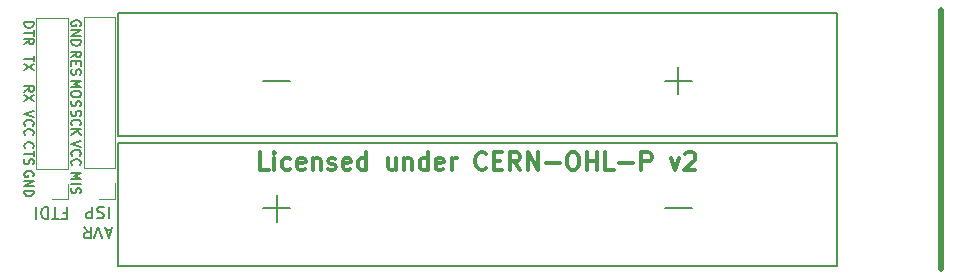
<source format=gbr>
G04 #@! TF.GenerationSoftware,KiCad,Pcbnew,5.1.5+dfsg1-2build2*
G04 #@! TF.CreationDate,2021-03-15T11:47:18+01:00*
G04 #@! TF.ProjectId,soil-moisture-sensor,736f696c-2d6d-46f6-9973-747572652d73,1.0*
G04 #@! TF.SameCoordinates,Original*
G04 #@! TF.FileFunction,Legend,Top*
G04 #@! TF.FilePolarity,Positive*
%FSLAX46Y46*%
G04 Gerber Fmt 4.6, Leading zero omitted, Abs format (unit mm)*
G04 Created by KiCad (PCBNEW 5.1.5+dfsg1-2build2) date 2021-03-15 11:47:18*
%MOMM*%
%LPD*%
G04 APERTURE LIST*
%ADD10C,0.300000*%
%ADD11C,0.500000*%
%ADD12C,0.200000*%
%ADD13C,0.120000*%
G04 APERTURE END LIST*
D10*
X98621428Y-116778571D02*
X97907142Y-116778571D01*
X97907142Y-115278571D01*
X99121428Y-116778571D02*
X99121428Y-115778571D01*
X99121428Y-115278571D02*
X99050000Y-115350000D01*
X99121428Y-115421428D01*
X99192857Y-115350000D01*
X99121428Y-115278571D01*
X99121428Y-115421428D01*
X100478571Y-116707142D02*
X100335714Y-116778571D01*
X100050000Y-116778571D01*
X99907142Y-116707142D01*
X99835714Y-116635714D01*
X99764285Y-116492857D01*
X99764285Y-116064285D01*
X99835714Y-115921428D01*
X99907142Y-115850000D01*
X100050000Y-115778571D01*
X100335714Y-115778571D01*
X100478571Y-115850000D01*
X101692857Y-116707142D02*
X101550000Y-116778571D01*
X101264285Y-116778571D01*
X101121428Y-116707142D01*
X101050000Y-116564285D01*
X101050000Y-115992857D01*
X101121428Y-115850000D01*
X101264285Y-115778571D01*
X101550000Y-115778571D01*
X101692857Y-115850000D01*
X101764285Y-115992857D01*
X101764285Y-116135714D01*
X101050000Y-116278571D01*
X102407142Y-115778571D02*
X102407142Y-116778571D01*
X102407142Y-115921428D02*
X102478571Y-115850000D01*
X102621428Y-115778571D01*
X102835714Y-115778571D01*
X102978571Y-115850000D01*
X103050000Y-115992857D01*
X103050000Y-116778571D01*
X103692857Y-116707142D02*
X103835714Y-116778571D01*
X104121428Y-116778571D01*
X104264285Y-116707142D01*
X104335714Y-116564285D01*
X104335714Y-116492857D01*
X104264285Y-116350000D01*
X104121428Y-116278571D01*
X103907142Y-116278571D01*
X103764285Y-116207142D01*
X103692857Y-116064285D01*
X103692857Y-115992857D01*
X103764285Y-115850000D01*
X103907142Y-115778571D01*
X104121428Y-115778571D01*
X104264285Y-115850000D01*
X105550000Y-116707142D02*
X105407142Y-116778571D01*
X105121428Y-116778571D01*
X104978571Y-116707142D01*
X104907142Y-116564285D01*
X104907142Y-115992857D01*
X104978571Y-115850000D01*
X105121428Y-115778571D01*
X105407142Y-115778571D01*
X105550000Y-115850000D01*
X105621428Y-115992857D01*
X105621428Y-116135714D01*
X104907142Y-116278571D01*
X106907142Y-116778571D02*
X106907142Y-115278571D01*
X106907142Y-116707142D02*
X106764285Y-116778571D01*
X106478571Y-116778571D01*
X106335714Y-116707142D01*
X106264285Y-116635714D01*
X106192857Y-116492857D01*
X106192857Y-116064285D01*
X106264285Y-115921428D01*
X106335714Y-115850000D01*
X106478571Y-115778571D01*
X106764285Y-115778571D01*
X106907142Y-115850000D01*
X109407142Y-115778571D02*
X109407142Y-116778571D01*
X108764285Y-115778571D02*
X108764285Y-116564285D01*
X108835714Y-116707142D01*
X108978571Y-116778571D01*
X109192857Y-116778571D01*
X109335714Y-116707142D01*
X109407142Y-116635714D01*
X110121428Y-115778571D02*
X110121428Y-116778571D01*
X110121428Y-115921428D02*
X110192857Y-115850000D01*
X110335714Y-115778571D01*
X110550000Y-115778571D01*
X110692857Y-115850000D01*
X110764285Y-115992857D01*
X110764285Y-116778571D01*
X112121428Y-116778571D02*
X112121428Y-115278571D01*
X112121428Y-116707142D02*
X111978571Y-116778571D01*
X111692857Y-116778571D01*
X111550000Y-116707142D01*
X111478571Y-116635714D01*
X111407142Y-116492857D01*
X111407142Y-116064285D01*
X111478571Y-115921428D01*
X111550000Y-115850000D01*
X111692857Y-115778571D01*
X111978571Y-115778571D01*
X112121428Y-115850000D01*
X113407142Y-116707142D02*
X113264285Y-116778571D01*
X112978571Y-116778571D01*
X112835714Y-116707142D01*
X112764285Y-116564285D01*
X112764285Y-115992857D01*
X112835714Y-115850000D01*
X112978571Y-115778571D01*
X113264285Y-115778571D01*
X113407142Y-115850000D01*
X113478571Y-115992857D01*
X113478571Y-116135714D01*
X112764285Y-116278571D01*
X114121428Y-116778571D02*
X114121428Y-115778571D01*
X114121428Y-116064285D02*
X114192857Y-115921428D01*
X114264285Y-115850000D01*
X114407142Y-115778571D01*
X114550000Y-115778571D01*
X117050000Y-116635714D02*
X116978571Y-116707142D01*
X116764285Y-116778571D01*
X116621428Y-116778571D01*
X116407142Y-116707142D01*
X116264285Y-116564285D01*
X116192857Y-116421428D01*
X116121428Y-116135714D01*
X116121428Y-115921428D01*
X116192857Y-115635714D01*
X116264285Y-115492857D01*
X116407142Y-115350000D01*
X116621428Y-115278571D01*
X116764285Y-115278571D01*
X116978571Y-115350000D01*
X117050000Y-115421428D01*
X117692857Y-115992857D02*
X118192857Y-115992857D01*
X118407142Y-116778571D02*
X117692857Y-116778571D01*
X117692857Y-115278571D01*
X118407142Y-115278571D01*
X119907142Y-116778571D02*
X119407142Y-116064285D01*
X119050000Y-116778571D02*
X119050000Y-115278571D01*
X119621428Y-115278571D01*
X119764285Y-115350000D01*
X119835714Y-115421428D01*
X119907142Y-115564285D01*
X119907142Y-115778571D01*
X119835714Y-115921428D01*
X119764285Y-115992857D01*
X119621428Y-116064285D01*
X119050000Y-116064285D01*
X120550000Y-116778571D02*
X120550000Y-115278571D01*
X121407142Y-116778571D01*
X121407142Y-115278571D01*
X122121428Y-116207142D02*
X123264285Y-116207142D01*
X124264285Y-115278571D02*
X124550000Y-115278571D01*
X124692857Y-115350000D01*
X124835714Y-115492857D01*
X124907142Y-115778571D01*
X124907142Y-116278571D01*
X124835714Y-116564285D01*
X124692857Y-116707142D01*
X124550000Y-116778571D01*
X124264285Y-116778571D01*
X124121428Y-116707142D01*
X123978571Y-116564285D01*
X123907142Y-116278571D01*
X123907142Y-115778571D01*
X123978571Y-115492857D01*
X124121428Y-115350000D01*
X124264285Y-115278571D01*
X125550000Y-116778571D02*
X125550000Y-115278571D01*
X125550000Y-115992857D02*
X126407142Y-115992857D01*
X126407142Y-116778571D02*
X126407142Y-115278571D01*
X127835714Y-116778571D02*
X127121428Y-116778571D01*
X127121428Y-115278571D01*
X128335714Y-116207142D02*
X129478571Y-116207142D01*
X130192857Y-116778571D02*
X130192857Y-115278571D01*
X130764285Y-115278571D01*
X130907142Y-115350000D01*
X130978571Y-115421428D01*
X131050000Y-115564285D01*
X131050000Y-115778571D01*
X130978571Y-115921428D01*
X130907142Y-115992857D01*
X130764285Y-116064285D01*
X130192857Y-116064285D01*
X132692857Y-115778571D02*
X133050000Y-116778571D01*
X133407142Y-115778571D01*
X133907142Y-115421428D02*
X133978571Y-115350000D01*
X134121428Y-115278571D01*
X134478571Y-115278571D01*
X134621428Y-115350000D01*
X134692857Y-115421428D01*
X134764285Y-115564285D01*
X134764285Y-115707142D01*
X134692857Y-115921428D01*
X133835714Y-116778571D01*
X134764285Y-116778571D01*
D11*
X155599999Y-103200001D02*
X155599998Y-125200000D01*
D12*
X85316666Y-121863333D02*
X84840476Y-121863333D01*
X85411904Y-121577619D02*
X85078571Y-122577619D01*
X84745238Y-121577619D01*
X84554761Y-122577619D02*
X84221428Y-121577619D01*
X83888095Y-122577619D01*
X82983333Y-121577619D02*
X83316666Y-122053809D01*
X83554761Y-121577619D02*
X83554761Y-122577619D01*
X83173809Y-122577619D01*
X83078571Y-122530000D01*
X83030952Y-122482380D01*
X82983333Y-122387142D01*
X82983333Y-122244285D01*
X83030952Y-122149047D01*
X83078571Y-122101428D01*
X83173809Y-122053809D01*
X83554761Y-122053809D01*
X85126190Y-119877619D02*
X85126190Y-120877619D01*
X84697619Y-119925238D02*
X84554761Y-119877619D01*
X84316666Y-119877619D01*
X84221428Y-119925238D01*
X84173809Y-119972857D01*
X84126190Y-120068095D01*
X84126190Y-120163333D01*
X84173809Y-120258571D01*
X84221428Y-120306190D01*
X84316666Y-120353809D01*
X84507142Y-120401428D01*
X84602380Y-120449047D01*
X84650000Y-120496666D01*
X84697619Y-120591904D01*
X84697619Y-120687142D01*
X84650000Y-120782380D01*
X84602380Y-120830000D01*
X84507142Y-120877619D01*
X84269047Y-120877619D01*
X84126190Y-120830000D01*
X83697619Y-119877619D02*
X83697619Y-120877619D01*
X83316666Y-120877619D01*
X83221428Y-120830000D01*
X83173809Y-120782380D01*
X83126190Y-120687142D01*
X83126190Y-120544285D01*
X83173809Y-120449047D01*
X83221428Y-120401428D01*
X83316666Y-120353809D01*
X83697619Y-120353809D01*
X81226190Y-120451428D02*
X81559523Y-120451428D01*
X81559523Y-119927619D02*
X81559523Y-120927619D01*
X81083333Y-120927619D01*
X80845238Y-120927619D02*
X80273809Y-120927619D01*
X80559523Y-119927619D02*
X80559523Y-120927619D01*
X79940476Y-119927619D02*
X79940476Y-120927619D01*
X79702380Y-120927619D01*
X79559523Y-120880000D01*
X79464285Y-120784761D01*
X79416666Y-120689523D01*
X79369047Y-120499047D01*
X79369047Y-120356190D01*
X79416666Y-120165714D01*
X79464285Y-120070476D01*
X79559523Y-119975238D01*
X79702380Y-119927619D01*
X79940476Y-119927619D01*
X78940476Y-119927619D02*
X78940476Y-120927619D01*
X81938095Y-117041904D02*
X82738095Y-117041904D01*
X82166666Y-117308571D01*
X82738095Y-117575238D01*
X81938095Y-117575238D01*
X81938095Y-117956190D02*
X82738095Y-117956190D01*
X81976190Y-118299047D02*
X81938095Y-118413333D01*
X81938095Y-118603809D01*
X81976190Y-118680000D01*
X82014285Y-118718095D01*
X82090476Y-118756190D01*
X82166666Y-118756190D01*
X82242857Y-118718095D01*
X82280952Y-118680000D01*
X82319047Y-118603809D01*
X82357142Y-118451428D01*
X82395238Y-118375238D01*
X82433333Y-118337142D01*
X82509523Y-118299047D01*
X82585714Y-118299047D01*
X82661904Y-118337142D01*
X82700000Y-118375238D01*
X82738095Y-118451428D01*
X82738095Y-118641904D01*
X82700000Y-118756190D01*
X82738095Y-114313333D02*
X81938095Y-114580000D01*
X82738095Y-114846666D01*
X82014285Y-115570476D02*
X81976190Y-115532380D01*
X81938095Y-115418095D01*
X81938095Y-115341904D01*
X81976190Y-115227619D01*
X82052380Y-115151428D01*
X82128571Y-115113333D01*
X82280952Y-115075238D01*
X82395238Y-115075238D01*
X82547619Y-115113333D01*
X82623809Y-115151428D01*
X82700000Y-115227619D01*
X82738095Y-115341904D01*
X82738095Y-115418095D01*
X82700000Y-115532380D01*
X82661904Y-115570476D01*
X82014285Y-116370476D02*
X81976190Y-116332380D01*
X81938095Y-116218095D01*
X81938095Y-116141904D01*
X81976190Y-116027619D01*
X82052380Y-115951428D01*
X82128571Y-115913333D01*
X82280952Y-115875238D01*
X82395238Y-115875238D01*
X82547619Y-115913333D01*
X82623809Y-115951428D01*
X82700000Y-116027619D01*
X82738095Y-116141904D01*
X82738095Y-116218095D01*
X82700000Y-116332380D01*
X82661904Y-116370476D01*
X81976190Y-111751428D02*
X81938095Y-111865714D01*
X81938095Y-112056190D01*
X81976190Y-112132380D01*
X82014285Y-112170476D01*
X82090476Y-112208571D01*
X82166666Y-112208571D01*
X82242857Y-112170476D01*
X82280952Y-112132380D01*
X82319047Y-112056190D01*
X82357142Y-111903809D01*
X82395238Y-111827619D01*
X82433333Y-111789523D01*
X82509523Y-111751428D01*
X82585714Y-111751428D01*
X82661904Y-111789523D01*
X82700000Y-111827619D01*
X82738095Y-111903809D01*
X82738095Y-112094285D01*
X82700000Y-112208571D01*
X82014285Y-113008571D02*
X81976190Y-112970476D01*
X81938095Y-112856190D01*
X81938095Y-112780000D01*
X81976190Y-112665714D01*
X82052380Y-112589523D01*
X82128571Y-112551428D01*
X82280952Y-112513333D01*
X82395238Y-112513333D01*
X82547619Y-112551428D01*
X82623809Y-112589523D01*
X82700000Y-112665714D01*
X82738095Y-112780000D01*
X82738095Y-112856190D01*
X82700000Y-112970476D01*
X82661904Y-113008571D01*
X81938095Y-113351428D02*
X82738095Y-113351428D01*
X81938095Y-113808571D02*
X82395238Y-113465714D01*
X82738095Y-113808571D02*
X82280952Y-113351428D01*
X81938095Y-109213333D02*
X82738095Y-109213333D01*
X82166666Y-109480000D01*
X82738095Y-109746666D01*
X81938095Y-109746666D01*
X82738095Y-110280000D02*
X82738095Y-110432380D01*
X82700000Y-110508571D01*
X82623809Y-110584761D01*
X82471428Y-110622857D01*
X82204761Y-110622857D01*
X82052380Y-110584761D01*
X81976190Y-110508571D01*
X81938095Y-110432380D01*
X81938095Y-110280000D01*
X81976190Y-110203809D01*
X82052380Y-110127619D01*
X82204761Y-110089523D01*
X82471428Y-110089523D01*
X82623809Y-110127619D01*
X82700000Y-110203809D01*
X82738095Y-110280000D01*
X81976190Y-110927619D02*
X81938095Y-111041904D01*
X81938095Y-111232380D01*
X81976190Y-111308571D01*
X82014285Y-111346666D01*
X82090476Y-111384761D01*
X82166666Y-111384761D01*
X82242857Y-111346666D01*
X82280952Y-111308571D01*
X82319047Y-111232380D01*
X82357142Y-111080000D01*
X82395238Y-111003809D01*
X82433333Y-110965714D01*
X82509523Y-110927619D01*
X82585714Y-110927619D01*
X82661904Y-110965714D01*
X82700000Y-111003809D01*
X82738095Y-111080000D01*
X82738095Y-111270476D01*
X82700000Y-111384761D01*
X81938095Y-107234761D02*
X82319047Y-106968095D01*
X81938095Y-106777619D02*
X82738095Y-106777619D01*
X82738095Y-107082380D01*
X82700000Y-107158571D01*
X82661904Y-107196666D01*
X82585714Y-107234761D01*
X82471428Y-107234761D01*
X82395238Y-107196666D01*
X82357142Y-107158571D01*
X82319047Y-107082380D01*
X82319047Y-106777619D01*
X82357142Y-107577619D02*
X82357142Y-107844285D01*
X81938095Y-107958571D02*
X81938095Y-107577619D01*
X82738095Y-107577619D01*
X82738095Y-107958571D01*
X81976190Y-108263333D02*
X81938095Y-108377619D01*
X81938095Y-108568095D01*
X81976190Y-108644285D01*
X82014285Y-108682380D01*
X82090476Y-108720476D01*
X82166666Y-108720476D01*
X82242857Y-108682380D01*
X82280952Y-108644285D01*
X82319047Y-108568095D01*
X82357142Y-108415714D01*
X82395238Y-108339523D01*
X82433333Y-108301428D01*
X82509523Y-108263333D01*
X82585714Y-108263333D01*
X82661904Y-108301428D01*
X82700000Y-108339523D01*
X82738095Y-108415714D01*
X82738095Y-108606190D01*
X82700000Y-108720476D01*
X82700000Y-104570476D02*
X82738095Y-104494285D01*
X82738095Y-104380000D01*
X82700000Y-104265714D01*
X82623809Y-104189523D01*
X82547619Y-104151428D01*
X82395238Y-104113333D01*
X82280952Y-104113333D01*
X82128571Y-104151428D01*
X82052380Y-104189523D01*
X81976190Y-104265714D01*
X81938095Y-104380000D01*
X81938095Y-104456190D01*
X81976190Y-104570476D01*
X82014285Y-104608571D01*
X82280952Y-104608571D01*
X82280952Y-104456190D01*
X81938095Y-104951428D02*
X82738095Y-104951428D01*
X81938095Y-105408571D01*
X82738095Y-105408571D01*
X81938095Y-105789523D02*
X82738095Y-105789523D01*
X82738095Y-105980000D01*
X82700000Y-106094285D01*
X82623809Y-106170476D01*
X82547619Y-106208571D01*
X82395238Y-106246666D01*
X82280952Y-106246666D01*
X82128571Y-106208571D01*
X82052380Y-106170476D01*
X81976190Y-106094285D01*
X81938095Y-105980000D01*
X81938095Y-105789523D01*
X78700000Y-117320476D02*
X78738095Y-117244285D01*
X78738095Y-117130000D01*
X78700000Y-117015714D01*
X78623809Y-116939523D01*
X78547619Y-116901428D01*
X78395238Y-116863333D01*
X78280952Y-116863333D01*
X78128571Y-116901428D01*
X78052380Y-116939523D01*
X77976190Y-117015714D01*
X77938095Y-117130000D01*
X77938095Y-117206190D01*
X77976190Y-117320476D01*
X78014285Y-117358571D01*
X78280952Y-117358571D01*
X78280952Y-117206190D01*
X77938095Y-117701428D02*
X78738095Y-117701428D01*
X77938095Y-118158571D01*
X78738095Y-118158571D01*
X77938095Y-118539523D02*
X78738095Y-118539523D01*
X78738095Y-118730000D01*
X78700000Y-118844285D01*
X78623809Y-118920476D01*
X78547619Y-118958571D01*
X78395238Y-118996666D01*
X78280952Y-118996666D01*
X78128571Y-118958571D01*
X78052380Y-118920476D01*
X77976190Y-118844285D01*
X77938095Y-118730000D01*
X77938095Y-118539523D01*
X78014285Y-114941904D02*
X77976190Y-114903809D01*
X77938095Y-114789523D01*
X77938095Y-114713333D01*
X77976190Y-114599047D01*
X78052380Y-114522857D01*
X78128571Y-114484761D01*
X78280952Y-114446666D01*
X78395238Y-114446666D01*
X78547619Y-114484761D01*
X78623809Y-114522857D01*
X78700000Y-114599047D01*
X78738095Y-114713333D01*
X78738095Y-114789523D01*
X78700000Y-114903809D01*
X78661904Y-114941904D01*
X78738095Y-115170476D02*
X78738095Y-115627619D01*
X77938095Y-115399047D02*
X78738095Y-115399047D01*
X77976190Y-115856190D02*
X77938095Y-115970476D01*
X77938095Y-116160952D01*
X77976190Y-116237142D01*
X78014285Y-116275238D01*
X78090476Y-116313333D01*
X78166666Y-116313333D01*
X78242857Y-116275238D01*
X78280952Y-116237142D01*
X78319047Y-116160952D01*
X78357142Y-116008571D01*
X78395238Y-115932380D01*
X78433333Y-115894285D01*
X78509523Y-115856190D01*
X78585714Y-115856190D01*
X78661904Y-115894285D01*
X78700000Y-115932380D01*
X78738095Y-116008571D01*
X78738095Y-116199047D01*
X78700000Y-116313333D01*
X78738095Y-111763333D02*
X77938095Y-112030000D01*
X78738095Y-112296666D01*
X78014285Y-113020476D02*
X77976190Y-112982380D01*
X77938095Y-112868095D01*
X77938095Y-112791904D01*
X77976190Y-112677619D01*
X78052380Y-112601428D01*
X78128571Y-112563333D01*
X78280952Y-112525238D01*
X78395238Y-112525238D01*
X78547619Y-112563333D01*
X78623809Y-112601428D01*
X78700000Y-112677619D01*
X78738095Y-112791904D01*
X78738095Y-112868095D01*
X78700000Y-112982380D01*
X78661904Y-113020476D01*
X78014285Y-113820476D02*
X77976190Y-113782380D01*
X77938095Y-113668095D01*
X77938095Y-113591904D01*
X77976190Y-113477619D01*
X78052380Y-113401428D01*
X78128571Y-113363333D01*
X78280952Y-113325238D01*
X78395238Y-113325238D01*
X78547619Y-113363333D01*
X78623809Y-113401428D01*
X78700000Y-113477619D01*
X78738095Y-113591904D01*
X78738095Y-113668095D01*
X78700000Y-113782380D01*
X78661904Y-113820476D01*
X77938095Y-110146666D02*
X78319047Y-109880000D01*
X77938095Y-109689523D02*
X78738095Y-109689523D01*
X78738095Y-109994285D01*
X78700000Y-110070476D01*
X78661904Y-110108571D01*
X78585714Y-110146666D01*
X78471428Y-110146666D01*
X78395238Y-110108571D01*
X78357142Y-110070476D01*
X78319047Y-109994285D01*
X78319047Y-109689523D01*
X78738095Y-110413333D02*
X77938095Y-110946666D01*
X78738095Y-110946666D02*
X77938095Y-110413333D01*
X78738095Y-107120476D02*
X78738095Y-107577619D01*
X77938095Y-107349047D02*
X78738095Y-107349047D01*
X78738095Y-107768095D02*
X77938095Y-108301428D01*
X78738095Y-108301428D02*
X77938095Y-107768095D01*
X77938095Y-104265714D02*
X78738095Y-104265714D01*
X78738095Y-104456190D01*
X78700000Y-104570476D01*
X78623809Y-104646666D01*
X78547619Y-104684761D01*
X78395238Y-104722857D01*
X78280952Y-104722857D01*
X78128571Y-104684761D01*
X78052380Y-104646666D01*
X77976190Y-104570476D01*
X77938095Y-104456190D01*
X77938095Y-104265714D01*
X78738095Y-104951428D02*
X78738095Y-105408571D01*
X77938095Y-105180000D02*
X78738095Y-105180000D01*
X77938095Y-106132380D02*
X78319047Y-105865714D01*
X77938095Y-105675238D02*
X78738095Y-105675238D01*
X78738095Y-105980000D01*
X78700000Y-106056190D01*
X78661904Y-106094285D01*
X78585714Y-106132380D01*
X78471428Y-106132380D01*
X78395238Y-106094285D01*
X78357142Y-106056190D01*
X78319047Y-105980000D01*
X78319047Y-105675238D01*
X85845000Y-103515000D02*
X146755000Y-103515000D01*
X146755000Y-103515000D02*
X146755000Y-113915000D01*
X85845000Y-113915000D02*
X85845000Y-103515000D01*
X146755000Y-114485000D02*
X85845000Y-114485000D01*
X85845000Y-113915000D02*
X146755000Y-113915000D01*
X146755000Y-114485000D02*
X146755000Y-124885000D01*
X146755000Y-124885000D02*
X85845000Y-124885000D01*
X85845000Y-124885000D02*
X85845000Y-114485000D01*
D13*
X85630000Y-103850000D02*
X82970000Y-103850000D01*
X85630000Y-116610000D02*
X85630000Y-103850000D01*
X82970000Y-116610000D02*
X82970000Y-103850000D01*
X85630000Y-116610000D02*
X82970000Y-116610000D01*
X85630000Y-117880000D02*
X85630000Y-119210000D01*
X85630000Y-119210000D02*
X84300000Y-119210000D01*
X81630000Y-103900000D02*
X78970000Y-103900000D01*
X81630000Y-116660000D02*
X81630000Y-103900000D01*
X78970000Y-116660000D02*
X78970000Y-103900000D01*
X81630000Y-116660000D02*
X78970000Y-116660000D01*
X81630000Y-117930000D02*
X81630000Y-119260000D01*
X81630000Y-119260000D02*
X80300000Y-119260000D01*
D12*
X98157142Y-120014285D02*
X100442857Y-120014285D01*
X99300000Y-121157142D02*
X99300000Y-118871428D01*
X132157142Y-109214285D02*
X134442857Y-109214285D01*
X133300000Y-110357142D02*
X133300000Y-108071428D01*
X98157142Y-109214285D02*
X100442857Y-109214285D01*
X132157142Y-120014285D02*
X134442857Y-120014285D01*
M02*

</source>
